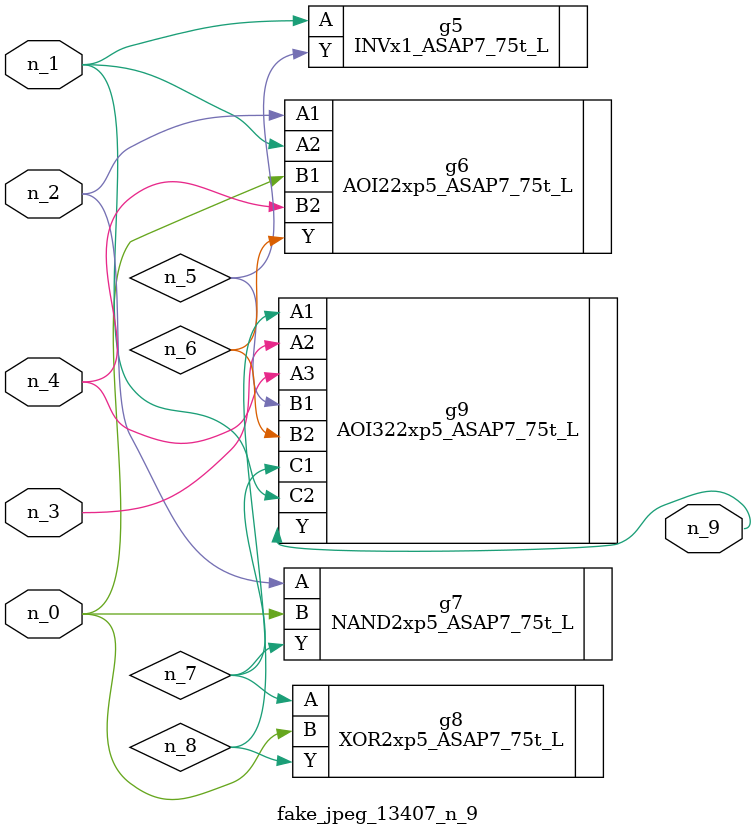
<source format=v>
module fake_jpeg_13407_n_9 (n_3, n_2, n_1, n_0, n_4, n_9);

input n_3;
input n_2;
input n_1;
input n_0;
input n_4;

output n_9;

wire n_8;
wire n_6;
wire n_5;
wire n_7;

INVx1_ASAP7_75t_L g5 ( 
.A(n_1),
.Y(n_5)
);

AOI22xp5_ASAP7_75t_L g6 ( 
.A1(n_2),
.A2(n_1),
.B1(n_0),
.B2(n_4),
.Y(n_6)
);

NAND2xp5_ASAP7_75t_L g7 ( 
.A(n_2),
.B(n_0),
.Y(n_7)
);

XOR2xp5_ASAP7_75t_L g8 ( 
.A(n_7),
.B(n_0),
.Y(n_8)
);

AOI322xp5_ASAP7_75t_L g9 ( 
.A1(n_8),
.A2(n_3),
.A3(n_4),
.B1(n_5),
.B2(n_6),
.C1(n_7),
.C2(n_1),
.Y(n_9)
);


endmodule
</source>
